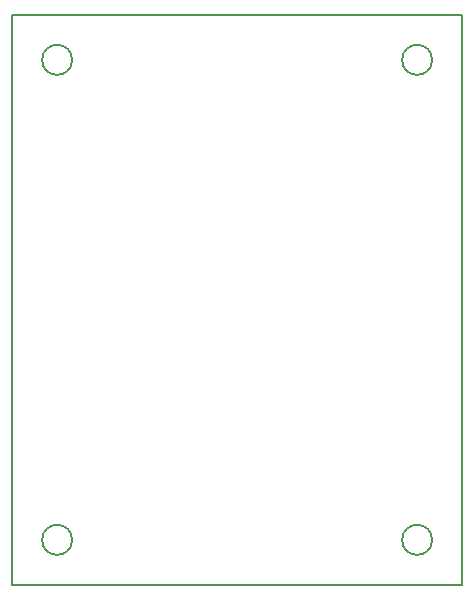
<source format=gbr>
G04 DipTrace 3.3.1.3*
G04 BoardOutline.gbr*
%MOIN*%
G04 #@! TF.FileFunction,Profile*
G04 #@! TF.Part,Single*
%ADD11C,0.005512*%
%FSLAX26Y26*%
G04*
G70*
G90*
G75*
G01*
G04 BoardOutline*
%LPD*%
X393700Y2293700D2*
D11*
X1893700D1*
Y393700D1*
X393700D1*
Y2293700D1*
X1693700Y2143700D2*
G02X1693700Y2143700I50000J0D01*
G01*
X493700D2*
G02X493700Y2143700I50000J0D01*
G01*
Y543700D2*
G02X493700Y543700I50000J0D01*
G01*
X1693700D2*
G02X1693700Y543700I50000J0D01*
G01*
M02*

</source>
